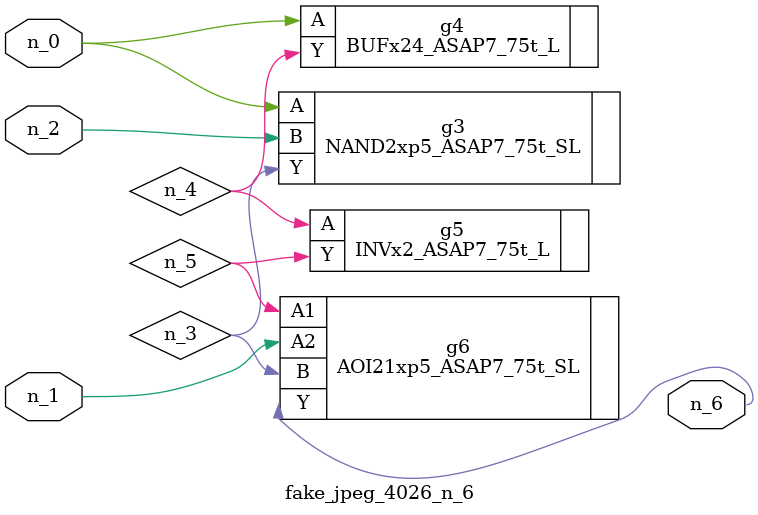
<source format=v>
module fake_jpeg_4026_n_6 (n_0, n_2, n_1, n_6);

input n_0;
input n_2;
input n_1;

output n_6;

wire n_3;
wire n_4;
wire n_5;

NAND2xp5_ASAP7_75t_SL g3 ( 
.A(n_0),
.B(n_2),
.Y(n_3)
);

BUFx24_ASAP7_75t_L g4 ( 
.A(n_0),
.Y(n_4)
);

INVx2_ASAP7_75t_L g5 ( 
.A(n_4),
.Y(n_5)
);

AOI21xp5_ASAP7_75t_SL g6 ( 
.A1(n_5),
.A2(n_1),
.B(n_3),
.Y(n_6)
);


endmodule
</source>
